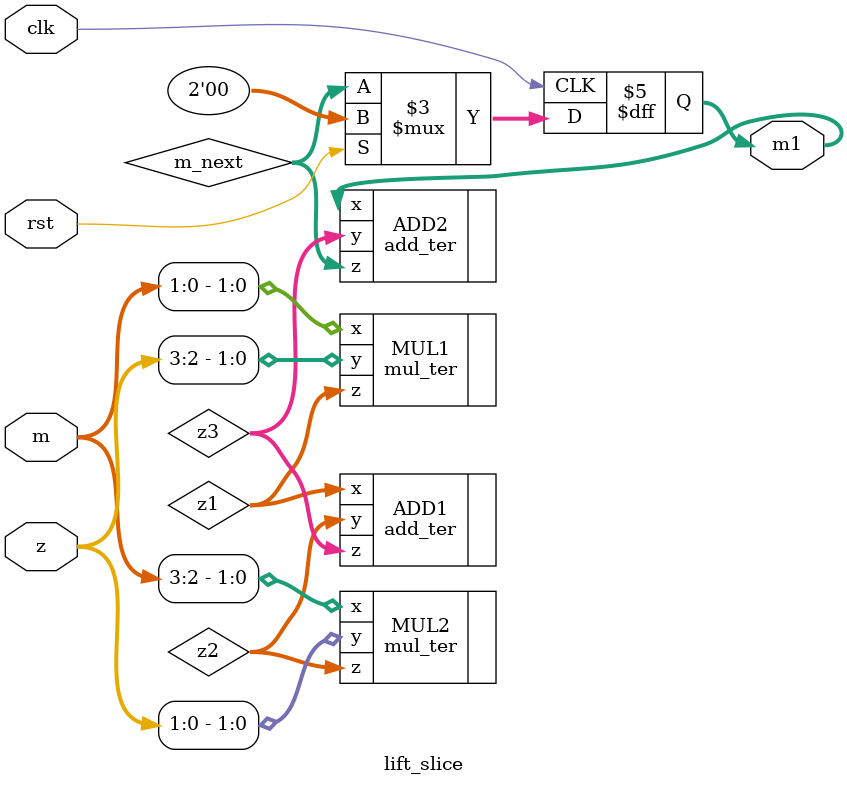
<source format=sv>
`include "ter_arith.sv"
module poly_lift (clk ,rst, en, m_in, m0);
    parameter M_BITS = 1402, RQ_BITS = 9113, N_SUB_1_DIV_3 = 233, Q_BITS = 13;
    parameter M_INPUT_BITS = 4, NTRU_N = 701;
    input clk, rst, en;
    input [M_INPUT_BITS:1] m_in;
    output [RQ_BITS:1] m0;

    wire [M_INPUT_BITS:1] m;
    wire [M_BITS:1] m1, m2, z;

    initial begin
        $dumpfile("dump.vcd");
        $dumpvars(1);
    end

    assign m = (en) ? m_in : 4'b0;

    inverse_phi1 IV ( .clk(clk), .rst(rst), .z(z) );

    lift_slice HEAD_SLICE ( .clk(clk), .rst(rst),
    .z( { z[2:1], z[M_BITS:M_BITS-1] } ),
    .m(m), .m1( m1[2:1] ) );

    generate
        genvar i;
        for (i = 0; i < NTRU_N-1; i = i + 1)
        begin: CALC_M1

            lift_slice SLICE ( .clk(clk), .rst(rst),
            .z( { z[2*i+4:2*i+1] } ),
            .m(m), .m1( m1[ 2*i+4 : 2*i+3 ] ) );

        end
    endgenerate

    generate
        for (i = 1; i < NTRU_N+1; i = i + 1)
        begin: SUB_LOOP1
            sub_ter SUB_TER ( .x( m1[2*i : 2*i-1] ), .y( m1[M_BITS : M_BITS-1] ),
            .z( m2[2*i : 2*i-1] ) );
        end
    endgenerate

    assign m0[13:1] = { {12{ m2[2] ^ m2[1] }}, m2[1] };

    generate
        for (i = 1; i < NTRU_N; i = i + 1)
        begin: SUB_LOOP2
            sub_2i2_o13 SUB ( .x( m2[2*i : 2*i-1] ), .y( m2[2*i+2 : 2*i+1] ),
            .z( m0[Q_BITS*i+Q_BITS : Q_BITS*i+1] ) );
        end
    endgenerate

endmodule // poly_lift

module lift_slice (clk, rst, z, m, m1);
    input clk, rst;
    input [3:0] z, m;
    output reg [1:0] m1;
    wire [1:0] z1, z2, z3, m_next;

    always @ ( posedge clk ) begin
        if (rst) begin
            m1 <= 0;
        end else begin
            m1 <= m_next;
        end
    end

    mul_ter MUL1 ( .x( m[1:0] ), .y( z[3:2] ), .z(z1) );
    mul_ter MUL2 ( .x( m[3:2] ), .y( z[1:0] ), .z(z2) );

    add_ter ADD1 ( .x( z1 ), .y( z2 ), .z( z3 ) );
    add_ter ADD2 ( .x( m1 ), .y( z3 ), .z( m_next ) );

endmodule // lift_slice

</source>
